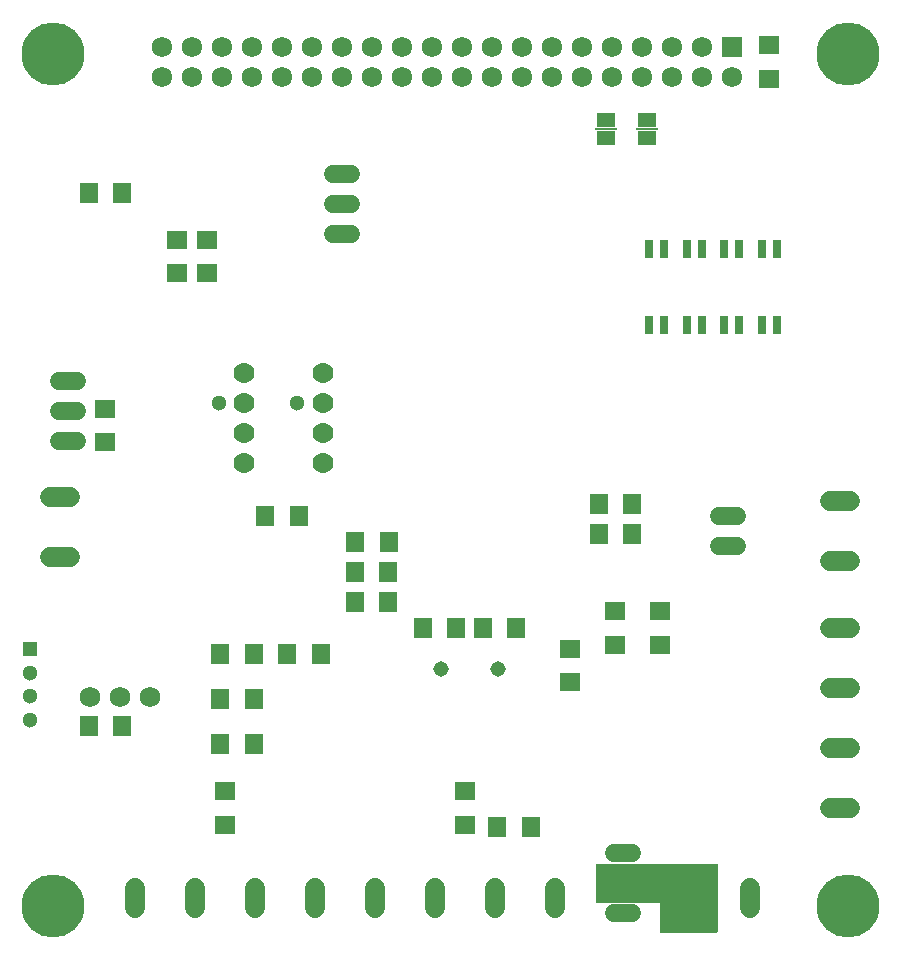
<source format=gbr>
G04 EAGLE Gerber RS-274X export*
G75*
%MOMM*%
%FSLAX34Y34*%
%LPD*%
%INSoldermask Bottom*%
%IPPOS*%
%AMOC8*
5,1,8,0,0,1.08239X$1,22.5*%
G01*
%ADD10C,1.693800*%
%ADD11R,1.800000X1.600000*%
%ADD12R,1.600000X1.800000*%
%ADD13C,1.770000*%
%ADD14C,1.300000*%
%ADD15C,5.334000*%
%ADD16C,1.516000*%
%ADD17R,1.725000X1.725000*%
%ADD18C,1.725000*%
%ADD19R,1.300000X1.300000*%
%ADD20C,1.750000*%
%ADD21C,1.312800*%
%ADD22R,1.803000X1.600000*%
%ADD23R,1.600000X1.803000*%
%ADD24R,1.600200X1.168400*%
%ADD25R,1.828800X0.152400*%
%ADD26R,0.650000X1.650000*%

G36*
X603274Y215155D02*
X603274Y215155D01*
X603299Y215152D01*
X603394Y215175D01*
X603491Y215190D01*
X603512Y215202D01*
X603536Y215208D01*
X603620Y215259D01*
X603706Y215305D01*
X603723Y215323D01*
X603744Y215336D01*
X603806Y215412D01*
X603873Y215484D01*
X603883Y215506D01*
X603899Y215525D01*
X603933Y215616D01*
X603974Y215706D01*
X603976Y215730D01*
X603985Y215753D01*
X603999Y215900D01*
X603999Y273050D01*
X603995Y273074D01*
X603998Y273099D01*
X603976Y273194D01*
X603960Y273291D01*
X603948Y273312D01*
X603942Y273336D01*
X603891Y273420D01*
X603845Y273506D01*
X603827Y273523D01*
X603814Y273544D01*
X603738Y273606D01*
X603667Y273673D01*
X603644Y273683D01*
X603625Y273699D01*
X603534Y273733D01*
X603444Y273774D01*
X603420Y273776D01*
X603397Y273785D01*
X603250Y273799D01*
X501650Y273799D01*
X501626Y273795D01*
X501601Y273798D01*
X501506Y273776D01*
X501409Y273760D01*
X501388Y273748D01*
X501364Y273742D01*
X501280Y273691D01*
X501194Y273645D01*
X501177Y273627D01*
X501156Y273614D01*
X501094Y273538D01*
X501027Y273467D01*
X501017Y273444D01*
X501002Y273425D01*
X500967Y273334D01*
X500926Y273244D01*
X500924Y273220D01*
X500915Y273197D01*
X500901Y273050D01*
X500901Y241300D01*
X500905Y241276D01*
X500902Y241251D01*
X500925Y241156D01*
X500940Y241059D01*
X500952Y241038D01*
X500958Y241014D01*
X501009Y240930D01*
X501055Y240844D01*
X501073Y240827D01*
X501086Y240806D01*
X501162Y240744D01*
X501234Y240677D01*
X501256Y240667D01*
X501275Y240652D01*
X501366Y240617D01*
X501456Y240576D01*
X501480Y240574D01*
X501503Y240565D01*
X501650Y240551D01*
X554876Y240551D01*
X554876Y215900D01*
X554880Y215876D01*
X554877Y215851D01*
X554900Y215756D01*
X554915Y215659D01*
X554927Y215638D01*
X554933Y215614D01*
X554984Y215530D01*
X555030Y215444D01*
X555048Y215427D01*
X555061Y215406D01*
X555137Y215344D01*
X555209Y215277D01*
X555231Y215267D01*
X555250Y215252D01*
X555341Y215217D01*
X555431Y215176D01*
X555455Y215174D01*
X555478Y215165D01*
X555625Y215151D01*
X603250Y215151D01*
X603274Y215155D01*
G37*
D10*
X212725Y236006D02*
X212725Y252944D01*
X263525Y252944D02*
X263525Y236006D01*
X699556Y422275D02*
X716494Y422275D01*
X716494Y473075D02*
X699556Y473075D01*
X415925Y252944D02*
X415925Y236006D01*
X466725Y236006D02*
X466725Y252944D01*
X581025Y252944D02*
X581025Y236006D01*
X631825Y236006D02*
X631825Y252944D01*
D11*
X479425Y427325D03*
X479425Y455325D03*
D12*
X382300Y473075D03*
X354300Y473075D03*
X405100Y473075D03*
X433100Y473075D03*
X99725Y390525D03*
X71725Y390525D03*
D10*
X699556Y530225D02*
X716494Y530225D01*
X716494Y581025D02*
X699556Y581025D01*
D13*
X203200Y689150D03*
X203200Y663750D03*
X203200Y638350D03*
X203200Y612950D03*
D14*
X181600Y663750D03*
D13*
X269875Y689150D03*
X269875Y663750D03*
X269875Y638350D03*
X269875Y612950D03*
D14*
X248275Y663750D03*
D15*
X41275Y238125D03*
X41275Y958850D03*
X714375Y238125D03*
X714375Y958850D03*
D10*
X314325Y252944D02*
X314325Y236006D01*
X365125Y236006D02*
X365125Y252944D01*
D16*
X293330Y857250D02*
X278170Y857250D01*
X278170Y831850D02*
X293330Y831850D01*
X293330Y806450D02*
X278170Y806450D01*
D17*
X615950Y965200D03*
D18*
X615950Y939800D03*
X590550Y965200D03*
X590550Y939800D03*
X565150Y965200D03*
X565150Y939800D03*
X539750Y965200D03*
X539750Y939800D03*
X514350Y965200D03*
X514350Y939800D03*
X488950Y965200D03*
X488950Y939800D03*
X463550Y965200D03*
X463550Y939800D03*
X438150Y965200D03*
X438150Y939800D03*
X412750Y965200D03*
X412750Y939800D03*
X387350Y965200D03*
X387350Y939800D03*
X361950Y965200D03*
X361950Y939800D03*
X336550Y965200D03*
X336550Y939800D03*
X311150Y965200D03*
X311150Y939800D03*
X285750Y965200D03*
X285750Y939800D03*
X260350Y965200D03*
X260350Y939800D03*
X234950Y965200D03*
X234950Y939800D03*
X209550Y965200D03*
X209550Y939800D03*
X184150Y965200D03*
X184150Y939800D03*
X158750Y965200D03*
X158750Y939800D03*
X133350Y965200D03*
X133350Y939800D03*
D10*
X111125Y252944D02*
X111125Y236006D01*
X161925Y236006D02*
X161925Y252944D01*
D19*
X22225Y455450D03*
D14*
X22225Y435450D03*
X22225Y415450D03*
X22225Y395450D03*
D20*
X123475Y414975D03*
X98075Y414975D03*
X72675Y414975D03*
D21*
X417830Y438150D03*
X369570Y438150D03*
D22*
X647700Y938280D03*
X647700Y966720D03*
X517525Y458855D03*
X517525Y487295D03*
D23*
X446020Y304800D03*
X417580Y304800D03*
D22*
X555625Y458855D03*
X555625Y487295D03*
D23*
X325370Y546100D03*
X296930Y546100D03*
X99945Y841375D03*
X71505Y841375D03*
X211070Y450850D03*
X182630Y450850D03*
D22*
X390525Y306455D03*
X390525Y334895D03*
X187325Y306455D03*
X187325Y334895D03*
X85725Y658745D03*
X85725Y630305D03*
D23*
X239780Y450850D03*
X268220Y450850D03*
D24*
X509588Y902970D03*
X509588Y887730D03*
D25*
X509588Y895350D03*
D24*
X544513Y902970D03*
X544513Y887730D03*
D25*
X544513Y895350D03*
D16*
X61555Y631825D02*
X46395Y631825D01*
X46395Y657225D02*
X61555Y657225D01*
X61555Y682625D02*
X46395Y682625D01*
D10*
X699556Y320675D02*
X716494Y320675D01*
X716494Y371475D02*
X699556Y371475D01*
D26*
X546100Y794000D03*
X558800Y794000D03*
X558800Y730000D03*
X546100Y730000D03*
X577850Y794000D03*
X590550Y794000D03*
X590550Y730000D03*
X577850Y730000D03*
X654050Y730000D03*
X641350Y730000D03*
X641350Y794000D03*
X654050Y794000D03*
X622300Y730000D03*
X609600Y730000D03*
X609600Y794000D03*
X622300Y794000D03*
D23*
X249170Y568325D03*
X220730Y568325D03*
X211070Y412750D03*
X182630Y412750D03*
X211070Y374650D03*
X182630Y374650D03*
D16*
X605195Y542925D02*
X620355Y542925D01*
X620355Y568325D02*
X605195Y568325D01*
D12*
X297150Y520700D03*
X325150Y520700D03*
D11*
X171450Y773400D03*
X171450Y801400D03*
D12*
X297150Y495300D03*
X325150Y495300D03*
D11*
X146050Y801400D03*
X146050Y773400D03*
D12*
X503525Y552450D03*
X531525Y552450D03*
X503525Y577850D03*
X531525Y577850D03*
D16*
X531455Y231775D02*
X516295Y231775D01*
X516295Y257175D02*
X531455Y257175D01*
X531455Y282575D02*
X516295Y282575D01*
D10*
X56094Y584200D02*
X39156Y584200D01*
X39156Y533400D02*
X56094Y533400D01*
M02*

</source>
